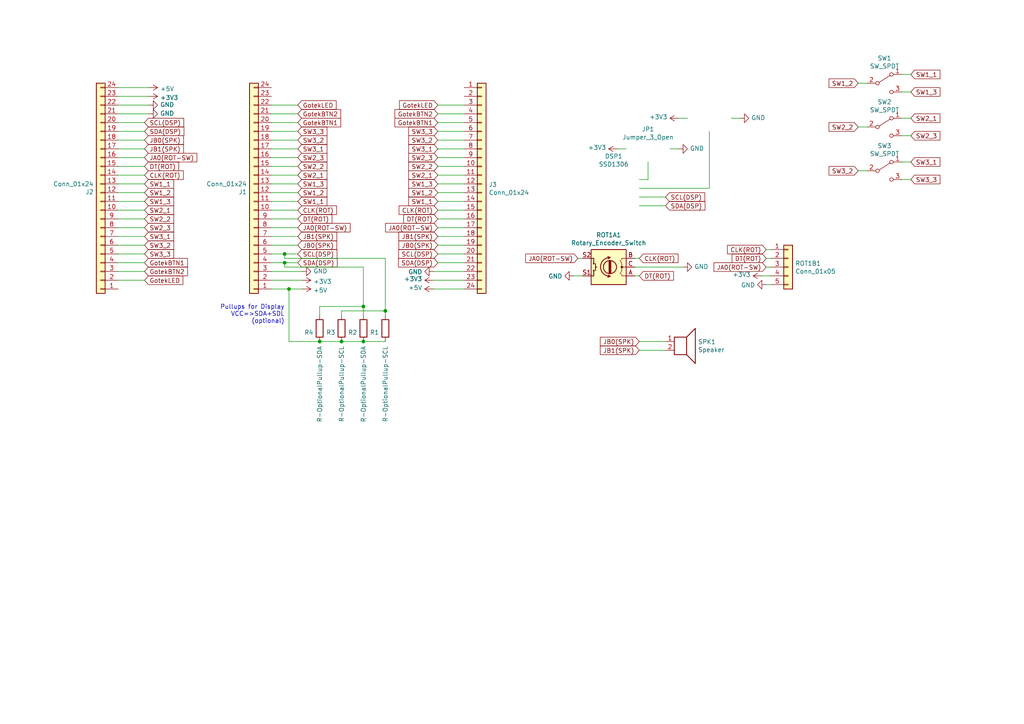
<source format=kicad_sch>
(kicad_sch (version 20211123) (generator eeschema)
  (paper "A4")
  (lib_symbols
    (symbol "AmigaExternalBoard-rescue:Rotary_Encoder_Switch-Device" (pin_names (offset 0.254) hide)
      (property "Reference" "SW" (at 0 6.604 0))
      (property "Value" "Rotary_Encoder_Switch-Device" (at 0 -6.604 0))
      (symbol "Rotary_Encoder_Switch-Device_0_1"
        (rectangle (start -5.08 5.08) (end 5.08 -5.08) (stroke (width 0.254)) (fill (type background)))
        (circle (center -3.81 0) (radius 0.254) (fill (type outline)))
        (arc (start -0.381 -2.794) (mid 2.3622 -0.0508) (end -0.381 2.667) (stroke (width 0.254)))
        (circle (center -0.381 0) (radius 1.905) (stroke (width 0.254)))
        (polyline (pts (xy -0.635 -1.778) (xy -0.635 1.778)) (stroke (width 0.254)))
        (polyline (pts (xy -0.381 -1.778) (xy -0.381 1.778)) (stroke (width 0.254)))
        (polyline (pts (xy -0.127 1.778) (xy -0.127 -1.778)) (stroke (width 0.254)))
        (polyline (pts (xy 3.81 0) (xy 3.429 0)) (stroke (width 0.254)))
        (polyline (pts (xy 3.81 1.016) (xy 3.81 -1.016)) (stroke (width 0.254)))
        (polyline (pts (xy -5.08 -2.54) (xy -3.81 -2.54) (xy -3.81 -2.032)))
        (polyline (pts (xy -5.08 2.54) (xy -3.81 2.54) (xy -3.81 2.032)))
        (polyline (pts (xy 0.254 -3.048) (xy -0.508 -2.794) (xy 0.127 -2.413)) (stroke (width 0.254)))
        (polyline (pts (xy 0.254 2.921) (xy -0.508 2.667) (xy 0.127 2.286)) (stroke (width 0.254)))
        (polyline (pts (xy 5.08 -2.54) (xy 4.318 -2.54) (xy 4.318 -1.016)) (stroke (width 0.254)))
        (polyline (pts (xy 5.08 2.54) (xy 4.318 2.54) (xy 4.318 1.016)) (stroke (width 0.254)))
        (polyline (pts (xy -5.08 0) (xy -3.81 0) (xy -3.81 -1.016) (xy -3.302 -2.032)))
        (polyline (pts (xy -4.318 0) (xy -3.81 0) (xy -3.81 1.016) (xy -3.302 2.032)))
        (circle (center 4.318 -1.016) (radius 0.127) (stroke (width 0.254)))
        (circle (center 4.318 1.016) (radius 0.127) (stroke (width 0.254)))
      )
      (symbol "Rotary_Encoder_Switch-Device_1_1"
        (pin passive line (at -7.62 2.54 0) (length 2.54) (name "A") (number "A"))
        (pin passive line (at -7.62 -2.54 0) (length 2.54) (name "B") (number "B"))
        (pin passive line (at -7.62 0 0) (length 2.54) (name "C") (number "C"))
        (pin passive line (at 7.62 2.54 180) (length 2.54) (name "S1") (number "S1"))
        (pin passive line (at 7.62 -2.54 180) (length 2.54) (name "S2") (number "S2"))
      )
    )
    (symbol "Connector_Generic:Conn_01x05" (pin_names (offset 1.016) hide)
      (property "Reference" "J" (at 0 7.62 0))
      (property "Value" "Conn_01x05" (at 0 -7.62 0))
      (symbol "Conn_01x05_1_1"
        (rectangle (start -1.27 -4.953) (end 0 -5.207) (stroke (width 0.1524)))
        (rectangle (start -1.27 -2.413) (end 0 -2.667) (stroke (width 0.1524)))
        (rectangle (start -1.27 0.127) (end 0 -0.127) (stroke (width 0.1524)))
        (rectangle (start -1.27 2.667) (end 0 2.413) (stroke (width 0.1524)))
        (rectangle (start -1.27 5.207) (end 0 4.953) (stroke (width 0.1524)))
        (rectangle (start -1.27 6.35) (end 1.27 -6.35) (stroke (width 0.254)) (fill (type background)))
        (pin passive line (at -5.08 5.08 0) (length 3.81) (name "Pin_1") (number "1"))
        (pin passive line (at -5.08 2.54 0) (length 3.81) (name "Pin_2") (number "2"))
        (pin passive line (at -5.08 0 0) (length 3.81) (name "Pin_3") (number "3"))
        (pin passive line (at -5.08 -2.54 0) (length 3.81) (name "Pin_4") (number "4"))
        (pin passive line (at -5.08 -5.08 0) (length 3.81) (name "Pin_5") (number "5"))
      )
    )
    (symbol "Connector_Generic:Conn_01x24" (pin_names (offset 1.016) hide)
      (property "Reference" "J" (at 0 30.48 0))
      (property "Value" "Conn_01x24" (at 0 -33.02 0))
      (symbol "Conn_01x24_1_1"
        (rectangle (start -1.27 -30.353) (end 0 -30.607) (stroke (width 0.1524)))
        (rectangle (start -1.27 -27.813) (end 0 -28.067) (stroke (width 0.1524)))
        (rectangle (start -1.27 -25.273) (end 0 -25.527) (stroke (width 0.1524)))
        (rectangle (start -1.27 -22.733) (end 0 -22.987) (stroke (width 0.1524)))
        (rectangle (start -1.27 -20.193) (end 0 -20.447) (stroke (width 0.1524)))
        (rectangle (start -1.27 -17.653) (end 0 -17.907) (stroke (width 0.1524)))
        (rectangle (start -1.27 -15.113) (end 0 -15.367) (stroke (width 0.1524)))
        (rectangle (start -1.27 -12.573) (end 0 -12.827) (stroke (width 0.1524)))
        (rectangle (start -1.27 -10.033) (end 0 -10.287) (stroke (width 0.1524)))
        (rectangle (start -1.27 -7.493) (end 0 -7.747) (stroke (width 0.1524)))
        (rectangle (start -1.27 -4.953) (end 0 -5.207) (stroke (width 0.1524)))
        (rectangle (start -1.27 -2.413) (end 0 -2.667) (stroke (width 0.1524)))
        (rectangle (start -1.27 0.127) (end 0 -0.127) (stroke (width 0.1524)))
        (rectangle (start -1.27 2.667) (end 0 2.413) (stroke (width 0.1524)))
        (rectangle (start -1.27 5.207) (end 0 4.953) (stroke (width 0.1524)))
        (rectangle (start -1.27 7.747) (end 0 7.493) (stroke (width 0.1524)))
        (rectangle (start -1.27 10.287) (end 0 10.033) (stroke (width 0.1524)))
        (rectangle (start -1.27 12.827) (end 0 12.573) (stroke (width 0.1524)))
        (rectangle (start -1.27 15.367) (end 0 15.113) (stroke (width 0.1524)))
        (rectangle (start -1.27 17.907) (end 0 17.653) (stroke (width 0.1524)))
        (rectangle (start -1.27 20.447) (end 0 20.193) (stroke (width 0.1524)))
        (rectangle (start -1.27 22.987) (end 0 22.733) (stroke (width 0.1524)))
        (rectangle (start -1.27 25.527) (end 0 25.273) (stroke (width 0.1524)))
        (rectangle (start -1.27 28.067) (end 0 27.813) (stroke (width 0.1524)))
        (rectangle (start -1.27 29.21) (end 1.27 -31.75) (stroke (width 0.254)) (fill (type background)))
        (pin passive line (at -5.08 27.94 0) (length 3.81) (name "Pin_1") (number "1"))
        (pin passive line (at -5.08 5.08 0) (length 3.81) (name "Pin_10") (number "10"))
        (pin passive line (at -5.08 2.54 0) (length 3.81) (name "Pin_11") (number "11"))
        (pin passive line (at -5.08 0 0) (length 3.81) (name "Pin_12") (number "12"))
        (pin passive line (at -5.08 -2.54 0) (length 3.81) (name "Pin_13") (number "13"))
        (pin passive line (at -5.08 -5.08 0) (length 3.81) (name "Pin_14") (number "14"))
        (pin passive line (at -5.08 -7.62 0) (length 3.81) (name "Pin_15") (number "15"))
        (pin passive line (at -5.08 -10.16 0) (length 3.81) (name "Pin_16") (number "16"))
        (pin passive line (at -5.08 -12.7 0) (length 3.81) (name "Pin_17") (number "17"))
        (pin passive line (at -5.08 -15.24 0) (length 3.81) (name "Pin_18") (number "18"))
        (pin passive line (at -5.08 -17.78 0) (length 3.81) (name "Pin_19") (number "19"))
        (pin passive line (at -5.08 25.4 0) (length 3.81) (name "Pin_2") (number "2"))
        (pin passive line (at -5.08 -20.32 0) (length 3.81) (name "Pin_20") (number "20"))
        (pin passive line (at -5.08 -22.86 0) (length 3.81) (name "Pin_21") (number "21"))
        (pin passive line (at -5.08 -25.4 0) (length 3.81) (name "Pin_22") (number "22"))
        (pin passive line (at -5.08 -27.94 0) (length 3.81) (name "Pin_23") (number "23"))
        (pin passive line (at -5.08 -30.48 0) (length 3.81) (name "Pin_24") (number "24"))
        (pin passive line (at -5.08 22.86 0) (length 3.81) (name "Pin_3") (number "3"))
        (pin passive line (at -5.08 20.32 0) (length 3.81) (name "Pin_4") (number "4"))
        (pin passive line (at -5.08 17.78 0) (length 3.81) (name "Pin_5") (number "5"))
        (pin passive line (at -5.08 15.24 0) (length 3.81) (name "Pin_6") (number "6"))
        (pin passive line (at -5.08 12.7 0) (length 3.81) (name "Pin_7") (number "7"))
        (pin passive line (at -5.08 10.16 0) (length 3.81) (name "Pin_8") (number "8"))
        (pin passive line (at -5.08 7.62 0) (length 3.81) (name "Pin_9") (number "9"))
      )
    )
    (symbol "Device:R" (pin_numbers hide) (pin_names (offset 0))
      (property "Reference" "R" (at 2.032 0 90))
      (property "Value" "R" (at 0 0 90))
      (symbol "R_0_1"
        (rectangle (start -1.016 -2.54) (end 1.016 2.54) (stroke (width 0.254)))
      )
      (symbol "R_1_1"
        (pin passive line (at 0 3.81 270) (length 1.27) (name "~") (number "1"))
        (pin passive line (at 0 -3.81 90) (length 1.27) (name "~") (number "2"))
      )
    )
    (symbol "Device:Speaker" (pin_names (offset 0) hide)
      (property "Reference" "LS" (at 1.27 5.715 0))
      (property "Value" "Speaker" (at 1.27 3.81 0))
      (symbol "Speaker_0_0"
        (rectangle (start -2.54 1.27) (end 1.016 -3.81) (stroke (width 0.254)))
        (polyline (pts (xy 1.016 1.27) (xy 3.556 3.81) (xy 3.556 -6.35) (xy 1.016 -3.81)) (stroke (width 0.254)))
      )
      (symbol "Speaker_1_1"
        (pin input line (at -5.08 0 0) (length 2.54) (name "1") (number "1"))
        (pin input line (at -5.08 -2.54 0) (length 2.54) (name "2") (number "2"))
      )
    )
    (symbol "Switch:SW_SPDT" (pin_names (offset 0) hide)
      (property "Reference" "SW" (at 0 4.318 0))
      (property "Value" "SW_SPDT" (at 0 -5.08 0))
      (symbol "SW_SPDT_0_0"
        (circle (center -2.032 0) (radius 0.508))
        (circle (center 2.032 -2.54) (radius 0.508))
      )
      (symbol "SW_SPDT_0_1"
        (polyline (pts (xy -1.524 0.254) (xy 1.651 2.286)))
        (circle (center 2.032 2.54) (radius 0.508))
      )
      (symbol "SW_SPDT_1_1"
        (pin passive line (at 5.08 2.54 180) (length 2.54) (name "A") (number "1"))
        (pin passive line (at -5.08 0 0) (length 2.54) (name "B") (number "2"))
        (pin passive line (at 5.08 -2.54 180) (length 2.54) (name "C") (number "3"))
      )
    )
    (symbol "power:+3V3" (power) (pin_names (offset 0))
      (property "Value" "+3V3" (at 0 3.556 0))
      (symbol "+3V3_0_1"
        (polyline (pts (xy -0.762 1.27) (xy 0 2.54)))
        (polyline (pts (xy 0 0) (xy 0 2.54)))
        (polyline (pts (xy 0 2.54) (xy 0.762 1.27)))
      )
      (symbol "+3V3_1_1"
        (pin power_in line (at 0 0 90) (length 0) hide (name "+3V3") (number "1"))
      )
    )
    (symbol "power:+5V" (power) (pin_names (offset 0))
      (property "Value" "+5V" (at 0 3.556 0))
      (symbol "+5V_0_1"
        (polyline (pts (xy -0.762 1.27) (xy 0 2.54)))
        (polyline (pts (xy 0 0) (xy 0 2.54)))
        (polyline (pts (xy 0 2.54) (xy 0.762 1.27)))
      )
      (symbol "+5V_1_1"
        (pin power_in line (at 0 0 90) (length 0) hide (name "+5V") (number "1"))
      )
    )
    (symbol "power:GND" (power) (pin_names (offset 0))
      (property "Value" "GND" (at 0 -3.81 0))
      (symbol "GND_0_1"
        (polyline (pts (xy 0 0) (xy 0 -1.27) (xy 1.27 -1.27) (xy 0 -2.54) (xy -1.27 -1.27) (xy 0 -1.27)))
      )
      (symbol "GND_1_1"
        (pin power_in line (at 0 0 270) (length 0) hide (name "GND") (number "1"))
      )
    )
  )
  (junction (at 82.55 73.66))
  (junction (at 83.82 83.82))
  (junction (at 105.41 88.9))
  (junction (at 105.41 99.06))
  (junction (at 92.71 99.06))
  (junction (at 99.06 99.06))
  (junction (at 82.55 76.2))
  (junction (at 111.76 90.17))
  (wire (pts (xy 87.63 78.74) (xy 78.74 78.74)))
  (wire (pts (xy 43.18 30.48) (xy 34.29 30.48)))
  (wire (pts (xy 127 30.48) (xy 134.62 30.48)))
  (wire (pts (xy 87.63 83.82) (xy 83.82 83.82)))
  (wire (pts (xy 185.42 80.01) (xy 184.15 80.01)))
  (wire (pts (xy 196.85 43.18) (xy 194.31 43.18)))
  (wire (pts (xy 205.74 54.61) (xy 205.74 38.1)))
  (wire (pts (xy 127 35.56) (xy 134.62 35.56)))
  (wire (pts (xy 86.36 76.2) (xy 82.55 76.2)))
  (wire (pts (xy 86.36 71.12) (xy 78.74 71.12)))
  (wire (pts (xy 125.73 78.74) (xy 134.62 78.74)))
  (wire (pts (xy 127 33.02) (xy 134.62 33.02)))
  (wire (pts (xy 134.62 45.72) (xy 127 45.72)))
  (wire (pts (xy 43.18 25.4) (xy 34.29 25.4)))
  (wire (pts (xy 187.96 52.07) (xy 187.96 46.99)))
  (wire (pts (xy 185.42 57.15) (xy 193.04 57.15)))
  (wire (pts (xy 34.29 53.34) (xy 41.91 53.34)))
  (wire (pts (xy 86.36 66.04) (xy 78.74 66.04)))
  (wire (pts (xy 261.62 34.29) (xy 264.16 34.29)))
  (wire (pts (xy 111.76 74.93) (xy 82.55 74.93)))
  (wire (pts (xy 34.29 58.42) (xy 41.91 58.42)))
  (wire (pts (xy 111.76 90.17) (xy 111.76 74.93)))
  (wire (pts (xy 78.74 55.88) (xy 86.36 55.88)))
  (wire (pts (xy 261.62 52.07) (xy 264.16 52.07)))
  (wire (pts (xy 86.36 73.66) (xy 82.55 73.66)))
  (wire (pts (xy 41.91 81.28) (xy 34.29 81.28)))
  (wire (pts (xy 105.41 99.06) (xy 99.06 99.06)))
  (wire (pts (xy 222.25 74.93) (xy 223.52 74.93)))
  (wire (pts (xy 167.64 74.93) (xy 168.91 74.93)))
  (wire (pts (xy 127 66.04) (xy 134.62 66.04)))
  (wire (pts (xy 111.76 99.06) (xy 105.41 99.06)))
  (wire (pts (xy 78.74 58.42) (xy 86.36 58.42)))
  (wire (pts (xy 179.07 43.18) (xy 181.61 43.18)))
  (wire (pts (xy 41.91 45.72) (xy 34.29 45.72)))
  (wire (pts (xy 87.63 81.28) (xy 78.74 81.28)))
  (wire (pts (xy 41.91 78.74) (xy 34.29 78.74)))
  (wire (pts (xy 41.91 50.8) (xy 34.29 50.8)))
  (wire (pts (xy 185.42 99.06) (xy 193.04 99.06)))
  (wire (pts (xy 99.06 99.06) (xy 92.71 99.06)))
  (wire (pts (xy 86.36 63.5) (xy 78.74 63.5)))
  (wire (pts (xy 220.98 80.01) (xy 223.52 80.01)))
  (wire (pts (xy 127 60.96) (xy 134.62 60.96)))
  (wire (pts (xy 127 63.5) (xy 134.62 63.5)))
  (wire (pts (xy 134.62 48.26) (xy 127 48.26)))
  (wire (pts (xy 43.18 33.02) (xy 34.29 33.02)))
  (wire (pts (xy 105.41 88.9) (xy 105.41 77.47)))
  (wire (pts (xy 134.62 53.34) (xy 127 53.34)))
  (wire (pts (xy 134.62 83.82) (xy 125.73 83.82)))
  (wire (pts (xy 134.62 58.42) (xy 127 58.42)))
  (wire (pts (xy 222.25 72.39) (xy 223.52 72.39)))
  (wire (pts (xy 86.36 60.96) (xy 78.74 60.96)))
  (wire (pts (xy 185.42 54.61) (xy 205.74 54.61)))
  (wire (pts (xy 78.74 38.1) (xy 86.36 38.1)))
  (wire (pts (xy 261.62 46.99) (xy 264.16 46.99)))
  (wire (pts (xy 185.42 59.69) (xy 193.04 59.69)))
  (wire (pts (xy 43.18 27.94) (xy 34.29 27.94)))
  (wire (pts (xy 196.85 34.29) (xy 199.39 34.29)))
  (wire (pts (xy 34.29 66.04) (xy 41.91 66.04)))
  (wire (pts (xy 82.55 76.2) (xy 78.74 76.2)))
  (wire (pts (xy 34.29 60.96) (xy 41.91 60.96)))
  (wire (pts (xy 78.74 48.26) (xy 86.36 48.26)))
  (wire (pts (xy 78.74 50.8) (xy 86.36 50.8)))
  (wire (pts (xy 41.91 76.2) (xy 34.29 76.2)))
  (wire (pts (xy 34.29 68.58) (xy 41.91 68.58)))
  (wire (pts (xy 261.62 21.59) (xy 264.16 21.59)))
  (wire (pts (xy 86.36 33.02) (xy 78.74 33.02)))
  (wire (pts (xy 78.74 45.72) (xy 86.36 45.72)))
  (wire (pts (xy 105.41 77.47) (xy 82.55 77.47)))
  (wire (pts (xy 127 71.12) (xy 134.62 71.12)))
  (wire (pts (xy 185.42 52.07) (xy 187.96 52.07)))
  (wire (pts (xy 198.12 77.47) (xy 184.15 77.47)))
  (wire (pts (xy 41.91 48.26) (xy 34.29 48.26)))
  (wire (pts (xy 34.29 71.12) (xy 41.91 71.12)))
  (wire (pts (xy 41.91 35.56) (xy 34.29 35.56)))
  (wire (pts (xy 134.62 38.1) (xy 127 38.1)))
  (wire (pts (xy 41.91 40.64) (xy 34.29 40.64)))
  (wire (pts (xy 82.55 73.66) (xy 78.74 73.66)))
  (wire (pts (xy 82.55 77.47) (xy 82.55 76.2)))
  (wire (pts (xy 185.42 74.93) (xy 184.15 74.93)))
  (wire (pts (xy 214.63 34.29) (xy 212.09 34.29)))
  (wire (pts (xy 34.29 63.5) (xy 41.91 63.5)))
  (wire (pts (xy 82.55 74.93) (xy 82.55 73.66)))
  (wire (pts (xy 99.06 90.17) (xy 111.76 90.17)))
  (wire (pts (xy 261.62 39.37) (xy 264.16 39.37)))
  (wire (pts (xy 86.36 30.48) (xy 78.74 30.48)))
  (wire (pts (xy 222.25 82.55) (xy 223.52 82.55)))
  (wire (pts (xy 134.62 76.2) (xy 127 76.2)))
  (wire (pts (xy 251.46 49.53) (xy 248.92 49.53)))
  (wire (pts (xy 222.25 77.47) (xy 223.52 77.47)))
  (wire (pts (xy 41.91 43.18) (xy 34.29 43.18)))
  (wire (pts (xy 34.29 55.88) (xy 41.91 55.88)))
  (wire (pts (xy 34.29 73.66) (xy 41.91 73.66)))
  (wire (pts (xy 134.62 55.88) (xy 127 55.88)))
  (wire (pts (xy 92.71 99.06) (xy 83.82 99.06)))
  (wire (pts (xy 78.74 43.18) (xy 86.36 43.18)))
  (wire (pts (xy 86.36 68.58) (xy 78.74 68.58)))
  (wire (pts (xy 86.36 35.56) (xy 78.74 35.56)))
  (wire (pts (xy 185.42 101.6) (xy 193.04 101.6)))
  (wire (pts (xy 105.41 91.44) (xy 105.41 88.9)))
  (wire (pts (xy 127 68.58) (xy 134.62 68.58)))
  (wire (pts (xy 166.37 80.01) (xy 168.91 80.01)))
  (wire (pts (xy 134.62 50.8) (xy 127 50.8)))
  (wire (pts (xy 134.62 43.18) (xy 127 43.18)))
  (wire (pts (xy 83.82 99.06) (xy 83.82 83.82)))
  (wire (pts (xy 99.06 91.44) (xy 99.06 90.17)))
  (wire (pts (xy 78.74 53.34) (xy 86.36 53.34)))
  (wire (pts (xy 111.76 91.44) (xy 111.76 90.17)))
  (wire (pts (xy 251.46 36.83) (xy 248.92 36.83)))
  (wire (pts (xy 83.82 83.82) (xy 78.74 83.82)))
  (wire (pts (xy 261.62 26.67) (xy 264.16 26.67)))
  (wire (pts (xy 92.71 91.44) (xy 92.71 88.9)))
  (wire (pts (xy 92.71 88.9) (xy 105.41 88.9)))
  (wire (pts (xy 134.62 40.64) (xy 127 40.64)))
  (wire (pts (xy 125.73 81.28) (xy 134.62 81.28)))
  (wire (pts (xy 134.62 73.66) (xy 127 73.66)))
  (wire (pts (xy 251.46 24.13) (xy 248.92 24.13)))
  (wire (pts (xy 41.91 38.1) (xy 34.29 38.1)))
  (wire (pts (xy 78.74 40.64) (xy 86.36 40.64)))
  (text "Pullups for Display\nVCC=>SDA+SDL\n(optional)" (at 82.55 93.98 180) (effects (font (size 1.27 1.27)) (justify right bottom)))
  (global_label "SW3_1" (shape input) (at 86.36 43.18 0) (property "Referenzen zwischen Schaltplänen" "${INTERSHEET_REFS}" (effects hide)))
  (global_label "SDA(DSP)" (shape input) (at 41.91 38.1 0) (property "Referenzen zwischen Schaltplänen" "${INTERSHEET_REFS}" (effects hide)))
  (global_label "JB0(SPK)" (shape input) (at 86.36 71.12 0) (property "Referenzen zwischen Schaltplänen" "${INTERSHEET_REFS}" (effects hide)))
  (global_label "DT(ROT)" (shape input) (at 41.91 48.26 0) (property "Referenzen zwischen Schaltplänen" "${INTERSHEET_REFS}" (effects hide)))
  (global_label "SDA(DSP)" (shape input) (at 193.04 59.69 0) (property "Referenzen zwischen Schaltplänen" "${INTERSHEET_REFS}" (effects hide)))
  (global_label "SW1_1" (shape input) (at 86.36 58.42 0) (property "Referenzen zwischen Schaltplänen" "${INTERSHEET_REFS}" (effects hide)))
  (global_label "GotekBTN1" (shape input) (at 127 35.56 180) (property "Referenzen zwischen Schaltplänen" "${INTERSHEET_REFS}" (effects hide)))
  (global_label "CLK(ROT)" (shape input) (at 222.25 72.39 180) (property "Referenzen zwischen Schaltplänen" "${INTERSHEET_REFS}" (effects hide)))
  (global_label "GotekBTN2" (shape input) (at 41.91 78.74 0) (property "Referenzen zwischen Schaltplänen" "${INTERSHEET_REFS}" (effects hide)))
  (global_label "SW2_3" (shape input) (at 86.36 45.72 0) (property "Referenzen zwischen Schaltplänen" "${INTERSHEET_REFS}" (effects hide)))
  (global_label "JA0(ROT-SW)" (shape input) (at 222.25 77.47 180) (property "Referenzen zwischen Schaltplänen" "${INTERSHEET_REFS}" (effects hide)))
  (global_label "SDA(DSP)" (shape input) (at 127 76.2 180) (property "Referenzen zwischen Schaltplänen" "${INTERSHEET_REFS}" (effects hide)))
  (global_label "JB0(SPK)" (shape input) (at 41.91 40.64 0) (property "Referenzen zwischen Schaltplänen" "${INTERSHEET_REFS}" (effects hide)))
  (global_label "SW2_3" (shape input) (at 41.91 66.04 0) (property "Referenzen zwischen Schaltplänen" "${INTERSHEET_REFS}" (effects hide)))
  (global_label "DT(ROT)" (shape input) (at 127 63.5 180) (property "Referenzen zwischen Schaltplänen" "${INTERSHEET_REFS}" (effects hide)))
  (global_label "SW1_1" (shape input) (at 127 58.42 180) (property "Referenzen zwischen Schaltplänen" "${INTERSHEET_REFS}" (effects hide)))
  (global_label "DT(ROT)" (shape input) (at 185.42 80.01 0) (property "Referenzen zwischen Schaltplänen" "${INTERSHEET_REFS}" (effects hide)))
  (global_label "CLK(ROT)" (shape input) (at 86.36 60.96 0) (property "Referenzen zwischen Schaltplänen" "${INTERSHEET_REFS}" (effects hide)))
  (global_label "SW3_3" (shape input) (at 86.36 38.1 0) (property "Referenzen zwischen Schaltplänen" "${INTERSHEET_REFS}" (effects hide)))
  (global_label "SW3_2" (shape input) (at 41.91 71.12 0) (property "Referenzen zwischen Schaltplänen" "${INTERSHEET_REFS}" (effects hide)))
  (global_label "SW3_1" (shape input) (at 264.16 46.99 0) (property "Referenzen zwischen Schaltplänen" "${INTERSHEET_REFS}" (effects hide)))
  (global_label "SW2_1" (shape input) (at 86.36 50.8 0) (property "Referenzen zwischen Schaltplänen" "${INTERSHEET_REFS}" (effects hide)))
  (global_label "DT(ROT)" (shape input) (at 222.25 74.93 180) (property "Referenzen zwischen Schaltplänen" "${INTERSHEET_REFS}" (effects hide)))
  (global_label "GotekBTN2" (shape input) (at 86.36 33.02 0) (property "Referenzen zwischen Schaltplänen" "${INTERSHEET_REFS}" (effects hide)))
  (global_label "SW2_1" (shape input) (at 264.16 34.29 0) (property "Referenzen zwischen Schaltplänen" "${INTERSHEET_REFS}" (effects hide)))
  (global_label "SW1_2" (shape input) (at 248.92 24.13 180) (property "Referenzen zwischen Schaltplänen" "${INTERSHEET_REFS}" (effects hide)))
  (global_label "SDA(DSP)" (shape input) (at 86.36 76.2 0) (property "Referenzen zwischen Schaltplänen" "${INTERSHEET_REFS}" (effects hide)))
  (global_label "JA0(ROT-SW)" (shape input) (at 167.64 74.93 180) (property "Referenzen zwischen Schaltplänen" "${INTERSHEET_REFS}" (effects hide)))
  (global_label "SW2_2" (shape input) (at 86.36 48.26 0) (property "Referenzen zwischen Schaltplänen" "${INTERSHEET_REFS}" (effects hide)))
  (global_label "SCL(DSP)" (shape input) (at 193.04 57.15 0) (property "Referenzen zwischen Schaltplänen" "${INTERSHEET_REFS}" (effects hide)))
  (global_label "GotekLED" (shape input) (at 86.36 30.48 0) (property "Referenzen zwischen Schaltplänen" "${INTERSHEET_REFS}" (effects hide)))
  (global_label "JB1(SPK)" (shape input) (at 41.91 43.18 0) (property "Referenzen zwischen Schaltplänen" "${INTERSHEET_REFS}" (effects hide)))
  (global_label "JB1(SPK)" (shape input) (at 127 68.58 180) (property "Referenzen zwischen Schaltplänen" "${INTERSHEET_REFS}" (effects hide)))
  (global_label "JA0(ROT-SW)" (shape input) (at 127 66.04 180) (property "Referenzen zwischen Schaltplänen" "${INTERSHEET_REFS}" (effects hide)))
  (global_label "SW2_1" (shape input) (at 127 50.8 180) (property "Referenzen zwischen Schaltplänen" "${INTERSHEET_REFS}" (effects hide)))
  (global_label "SW1_2" (shape input) (at 86.36 55.88 0) (property "Referenzen zwischen Schaltplänen" "${INTERSHEET_REFS}" (effects hide)))
  (global_label "SW2_1" (shape input) (at 41.91 60.96 0) (property "Referenzen zwischen Schaltplänen" "${INTERSHEET_REFS}" (effects hide)))
  (global_label "JB1(SPK)" (shape input) (at 86.36 68.58 0) (property "Referenzen zwischen Schaltplänen" "${INTERSHEET_REFS}" (effects hide)))
  (global_label "SW1_3" (shape input) (at 264.16 26.67 0) (property "Referenzen zwischen Schaltplänen" "${INTERSHEET_REFS}" (effects hide)))
  (global_label "SW2_2" (shape input) (at 41.91 63.5 0) (property "Referenzen zwischen Schaltplänen" "${INTERSHEET_REFS}" (effects hide)))
  (global_label "GotekLED" (shape input) (at 127 30.48 180) (property "Referenzen zwischen Schaltplänen" "${INTERSHEET_REFS}" (effects hide)))
  (global_label "SCL(DSP)" (shape input) (at 86.36 73.66 0) (property "Referenzen zwischen Schaltplänen" "${INTERSHEET_REFS}" (effects hide)))
  (global_label "SW1_2" (shape input) (at 41.91 55.88 0) (property "Referenzen zwischen Schaltplänen" "${INTERSHEET_REFS}" (effects hide)))
  (global_label "SW3_2" (shape input) (at 127 40.64 180) (property "Referenzen zwischen Schaltplänen" "${INTERSHEET_REFS}" (effects hide)))
  (global_label "SW3_1" (shape input) (at 127 43.18 180) (property "Referenzen zwischen Schaltplänen" "${INTERSHEET_REFS}" (effects hide)))
  (global_label "DT(ROT)" (shape input) (at 86.36 63.5 0) (property "Referenzen zwischen Schaltplänen" "${INTERSHEET_REFS}" (effects hide)))
  (global_label "SW3_2" (shape input) (at 248.92 49.53 180) (property "Referenzen zwischen Schaltplänen" "${INTERSHEET_REFS}" (effects hide)))
  (global_label "SW2_2" (shape input) (at 248.92 36.83 180) (property "Referenzen zwischen Schaltplänen" "${INTERSHEET_REFS}" (effects hide)))
  (global_label "SW2_2" (shape input) (at 127 48.26 180) (property "Referenzen zwischen Schaltplänen" "${INTERSHEET_REFS}" (effects hide)))
  (global_label "SW3_1" (shape input) (at 41.91 68.58 0) (property "Referenzen zwischen Schaltplänen" "${INTERSHEET_REFS}" (effects hide)))
  (global_label "SCL(DSP)" (shape input) (at 127 73.66 180) (property "Referenzen zwischen Schaltplänen" "${INTERSHEET_REFS}" (effects hide)))
  (global_label "SW1_3" (shape input) (at 41.91 58.42 0) (property "Referenzen zwischen Schaltplänen" "${INTERSHEET_REFS}" (effects hide)))
  (global_label "CLK(ROT)" (shape input) (at 185.42 74.93 0) (property "Referenzen zwischen Schaltplänen" "${INTERSHEET_REFS}" (effects hide)))
  (global_label "JB0(SPK)" (shape input) (at 185.42 99.06 180) (property "Referenzen zwischen Schaltplänen" "${INTERSHEET_REFS}" (effects hide)))
  (global_label "GotekBTN2" (shape input) (at 127 33.02 180) (property "Referenzen zwischen Schaltplänen" "${INTERSHEET_REFS}" (effects hide)))
  (global_label "SCL(DSP)" (shape input) (at 41.91 35.56 0) (property "Referenzen zwischen Schaltplänen" "${INTERSHEET_REFS}" (effects hide)))
  (global_label "SW1_3" (shape input) (at 127 53.34 180) (property "Referenzen zwischen Schaltplänen" "${INTERSHEET_REFS}" (effects hide)))
  (global_label "SW2_3" (shape input) (at 264.16 39.37 0) (property "Referenzen zwischen Schaltplänen" "${INTERSHEET_REFS}" (effects hide)))
  (global_label "SW3_3" (shape input) (at 264.16 52.07 0) (property "Referenzen zwischen Schaltplänen" "${INTERSHEET_REFS}" (effects hide)))
  (global_label "JB0(SPK)" (shape input) (at 127 71.12 180) (property "Referenzen zwischen Schaltplänen" "${INTERSHEET_REFS}" (effects hide)))
  (global_label "JB1(SPK)" (shape input) (at 185.42 101.6 180) (property "Referenzen zwischen Schaltplänen" "${INTERSHEET_REFS}" (effects hide)))
  (global_label "SW1_1" (shape input) (at 41.91 53.34 0) (property "Referenzen zwischen Schaltplänen" "${INTERSHEET_REFS}" (effects hide)))
  (global_label "SW1_1" (shape input) (at 264.16 21.59 0) (property "Referenzen zwischen Schaltplänen" "${INTERSHEET_REFS}" (effects hide)))
  (global_label "SW3_2" (shape input) (at 86.36 40.64 0) (property "Referenzen zwischen Schaltplänen" "${INTERSHEET_REFS}" (effects hide)))
  (global_label "GotekBTN1" (shape input) (at 86.36 35.56 0) (property "Referenzen zwischen Schaltplänen" "${INTERSHEET_REFS}" (effects hide)))
  (global_label "GotekBTN1" (shape input) (at 41.91 76.2 0) (property "Referenzen zwischen Schaltplänen" "${INTERSHEET_REFS}" (effects hide)))
  (global_label "SW1_2" (shape input) (at 127 55.88 180) (property "Referenzen zwischen Schaltplänen" "${INTERSHEET_REFS}" (effects hide)))
  (global_label "SW2_3" (shape input) (at 127 45.72 180) (property "Referenzen zwischen Schaltplänen" "${INTERSHEET_REFS}" (effects hide)))
  (global_label "GotekLED" (shape input) (at 41.91 81.28 0) (property "Referenzen zwischen Schaltplänen" "${INTERSHEET_REFS}" (effects hide)))
  (global_label "JA0(ROT-SW)" (shape input) (at 41.91 45.72 0) (property "Referenzen zwischen Schaltplänen" "${INTERSHEET_REFS}" (effects hide)))
  (global_label "SW3_3" (shape input) (at 41.91 73.66 0) (property "Referenzen zwischen Schaltplänen" "${INTERSHEET_REFS}" (effects hide)))
  (global_label "SW3_3" (shape input) (at 127 38.1 180) (property "Referenzen zwischen Schaltplänen" "${INTERSHEET_REFS}" (effects hide)))
  (global_label "CLK(ROT)" (shape input) (at 127 60.96 180) (property "Referenzen zwischen Schaltplänen" "${INTERSHEET_REFS}" (effects hide)))
  (global_label "CLK(ROT)" (shape input) (at 41.91 50.8 0) (property "Referenzen zwischen Schaltplänen" "${INTERSHEET_REFS}" (effects hide)))
  (global_label "SW1_3" (shape input) (at 86.36 53.34 0) (property "Referenzen zwischen Schaltplänen" "${INTERSHEET_REFS}" (effects hide)))
  (global_label "JA0(ROT-SW)" (shape input) (at 86.36 66.04 0) (property "Referenzen zwischen Schaltplänen" "${INTERSHEET_REFS}" (effects hide)))
  (symbol (lib_id "Connector_Generic:Conn_01x24") (at 73.66 55.88 180) (unit 1)
    (property "Reference" "J1" (at 71.628 55.6768 0) (effects (justify left)))
    (property "Value" "Conn_01x24" (at 71.628 53.3654 0) (effects (justify left)))
    (property "Footprint" "Connector_FFC-FPC:Hirose_FH12-24S-0.5SH_1x24-1MP_P0.50mm_Horizontal" (effects hide))
  )
  (symbol (lib_id "Connector_Generic:Conn_01x24") (at 29.21 55.88 180) (unit 1)
    (property "Reference" "J2" (at 27.178 55.6768 0) (effects (justify left)))
    (property "Value" "Conn_01x24" (at 27.178 53.3654 0) (effects (justify left)))
    (property "Footprint" "Connector_PinHeader_2.54mm:PinHeader_2x12_P2.54mm_Vertical" (effects hide))
  )
  (symbol (lib_id "power:+5V") (at 87.63 83.82 270) (unit 1)
    (property "Reference" "#PWR0101" (effects hide))
    (property "Value" "+5V" (at 90.8812 84.201 90) (effects (justify left)))
  )
  (symbol (lib_id "power:+3V3") (at 87.63 81.28 270) (unit 1)
    (property "Reference" "#PWR0102" (effects hide))
    (property "Value" "+3V3" (at 90.8812 81.661 90) (effects (justify left)))
  )
  (symbol (lib_id "power:GND") (at 87.63 78.74 90) (unit 1)
    (property "Reference" "#PWR0103" (effects hide))
    (property "Value" "GND" (at 90.8812 78.613 90) (effects (justify right)))
  )
  (symbol (lib_id "power:+5V") (at 43.18 25.4 270) (unit 1)
    (property "Reference" "#PWR0104" (effects hide))
    (property "Value" "+5V" (at 46.4312 25.781 90) (effects (justify left)))
  )
  (symbol (lib_id "power:+3V3") (at 43.18 27.94 270) (unit 1)
    (property "Reference" "#PWR0105" (effects hide))
    (property "Value" "+3V3" (at 46.4312 28.321 90) (effects (justify left)))
  )
  (symbol (lib_id "power:GND") (at 43.18 30.48 90) (unit 1)
    (property "Reference" "#PWR0106" (effects hide))
    (property "Value" "GND" (at 46.4312 30.353 90) (effects (justify right)))
  )
  (symbol (lib_id "Device:R") (at 111.76 95.25 180) (unit 1)
    (property "Reference" "R1" (at 109.982 96.4184 0) (effects (justify left)))
    (property "Value" "R-OptionalPullup-SCL" (at 111.76 100.33 90) (effects (justify left)))
    (property "Footprint" "Resistor_THT:R_Axial_DIN0207_L6.3mm_D2.5mm_P10.16mm_Horizontal" (effects hide))
  )
  (symbol (lib_id "Device:R") (at 105.41 95.25 180) (unit 1)
    (property "Reference" "R2" (at 103.632 96.4184 0) (effects (justify left)))
    (property "Value" "R-OptionalPullup-SDA" (at 105.41 100.33 90) (effects (justify left)))
    (property "Footprint" "Resistor_THT:R_Axial_DIN0207_L6.3mm_D2.5mm_P10.16mm_Horizontal" (effects hide))
  )
  (symbol (lib_id "Device:R") (at 99.06 95.25 180) (unit 1)
    (property "Reference" "R3" (at 97.282 96.4184 0) (effects (justify left)))
    (property "Value" "R-OptionalPullup-SCL" (at 99.06 100.33 90) (effects (justify left)))
    (property "Footprint" "Resistor_SMD:R_0805_2012Metric_Pad1.15x1.40mm_HandSolder" (effects hide))
  )
  (symbol (lib_id "Device:R") (at 92.71 95.25 180) (unit 1)
    (property "Reference" "R4" (at 90.932 96.4184 0) (effects (justify left)))
    (property "Value" "R-OptionalPullup-SDA" (at 92.71 100.33 90) (effects (justify left)))
    (property "Footprint" "Resistor_SMD:R_0805_2012Metric_Pad1.15x1.40mm_HandSolder" (effects hide))
  )
  (symbol (lib_id "power:GND") (at 43.18 33.02 90) (unit 1)
    (property "Reference" "#PWR0107" (effects hide))
    (property "Value" "GND" (at 46.4312 32.893 90) (effects (justify right)))
  )
  (symbol (lib_id "Switch:SW_SPDT") (at 256.54 24.13 0) (unit 1)
    (property "Reference" "SW1" (at 256.54 16.891 0))
    (property "Value" "SW_SPDT" (at 256.54 19.2024 0))
    (property "Footprint" "Button_Switch_THT:SW_CuK_OS102011MA1QN1_SPDT_Angled" (effects hide))
  )
  (symbol (lib_id "Switch:SW_SPDT") (at 256.54 36.83 0) (unit 1)
    (property "Reference" "SW2" (at 256.54 29.591 0))
    (property "Value" "SW_SPDT" (at 256.54 31.9024 0))
    (property "Footprint" "Button_Switch_THT:SW_CuK_OS102011MA1QN1_SPDT_Angled" (effects hide))
  )
  (symbol (lib_id "Switch:SW_SPDT") (at 256.54 49.53 0) (unit 1)
    (property "Reference" "SW3" (at 256.54 42.291 0))
    (property "Value" "SW_SPDT" (at 256.54 44.6024 0))
    (property "Footprint" "Button_Switch_THT:SW_CuK_OS102011MA1QN1_SPDT_Angled" (effects hide))
  )
  (symbol (lib_id "Connector_Generic:Conn_01x24") (at 139.7 53.34 0) (unit 1)
    (property "Reference" "J3" (at 141.732 53.5432 0) (effects (justify left)))
    (property "Value" "Conn_01x24" (at 141.732 55.8546 0) (effects (justify left)))
    (property "Footprint" "Connector_FFC-FPC:Hirose_FH12-24S-0.5SH_1x24-1MP_P0.50mm_Horizontal" (effects hide))
  )
  (symbol (lib_id "power:+5V") (at 125.73 83.82 90) (unit 1)
    (property "Reference" "#PWR0112" (effects hide))
    (property "Value" "+5V" (at 122.4788 83.439 90) (effects (justify left)))
  )
  (symbol (lib_id "power:+3V3") (at 125.73 81.28 90) (unit 1)
    (property "Reference" "#PWR0113" (effects hide))
    (property "Value" "+3V3" (at 122.4788 80.899 90) (effects (justify left)))
  )
  (symbol (lib_id "power:GND") (at 125.73 78.74 270) (unit 1)
    (property "Reference" "#PWR0114" (effects hide))
    (property "Value" "GND" (at 122.4788 78.867 90) (effects (justify right)))
  )
  (symbol (lib_id "AmigaExternalBoard-rescue:Rotary_Encoder_Switch-Device") (at 176.53 77.47 180) (unit 1)
    (property "Reference" "ROT1A1" (at 176.53 68.1482 0))
    (property "Value" "Rotary_Encoder_Switch" (at 176.53 70.4596 0))
    (property "Footprint" "Rotary_Encoder:RotaryEncoder_Alps_EC12E-Switch_Vertical_H20mm_CircularMountingHoles" (effects hide))
  )
  (symbol (lib_id "power:GND") (at 198.12 77.47 90) (unit 1)
    (property "Reference" "#PWR0108" (effects hide))
    (property "Value" "GND" (at 201.3712 77.343 90) (effects (justify right)))
  )
  (symbol (lib_id "power:GND") (at 166.37 80.01 270) (unit 1)
    (property "Reference" "#PWR0109" (effects hide))
    (property "Value" "GND" (at 163.1188 80.137 90) (effects (justify right)))
  )
  (symbol (lib_id "AmigaExternalBoard-rescue:SSD1306-OLED") (at 176.53 55.88 270) (unit 1)
    (property "Reference" "DSP1" (at 178.0032 45.339 90))
    (property "Value" "SSD1306" (at 178.0032 47.6504 90))
    (property "Footprint" "OLED:128x64OLED" (effects hide))
  )
  (symbol (lib_id "power:+3V3") (at 179.07 43.18 90) (unit 1)
    (property "Reference" "#PWR0110" (effects hide))
    (property "Value" "+3V3" (at 175.8188 42.799 90) (effects (justify left)))
  )
  (symbol (lib_id "power:GND") (at 196.85 43.18 90) (unit 1)
    (property "Reference" "#PWR0111" (effects hide))
    (property "Value" "GND" (at 200.1012 43.053 90) (effects (justify right)))
  )
  (symbol (lib_id "Connector_Generic:Conn_01x05") (at 228.6 77.47 0) (unit 1)
    (property "Reference" "ROT1B1" (at 230.632 76.4032 0) (effects (justify left)))
    (property "Value" "Conn_01x05" (at 230.632 78.7146 0) (effects (justify left)))
    (property "Footprint" "Connector_PinHeader_2.54mm:PinHeader_1x05_P2.54mm_Vertical" (effects hide))
  )
  (symbol (lib_id "power:GND") (at 222.25 82.55 270) (unit 1)
    (property "Reference" "#PWR0115" (effects hide))
    (property "Value" "GND" (at 218.9988 82.677 90) (effects (justify right)))
  )
  (symbol (lib_id "power:+3V3") (at 220.98 80.01 90) (unit 1)
    (property "Reference" "#PWR0116" (effects hide))
    (property "Value" "+3V3" (at 217.7288 79.629 90) (effects (justify left)))
  )
  (symbol (lib_id "Device:Speaker") (at 198.12 99.06 0) (unit 1)
    (property "Reference" "SPK1" (at 202.438 99.1616 0) (effects (justify left)))
    (property "Value" "Speaker" (at 202.438 101.473 0) (effects (justify left)))
    (property "Footprint" "Buzzer_Beeper:Buzzer_12x9.5RM7.6" (effects hide))
  )
  (symbol (lib_id "AmigaExternalBoard-rescue:Jumper_3_Open-Jumper") (at 187.96 43.18 0) (unit 1)
    (property "Reference" "JP1" (at 187.96 37.4904 0))
    (property "Value" "Jumper_3_Open" (at 187.96 39.8018 0))
    (property "Footprint" "DCDModules:SolderJumper-3_P0.5mm_Open_Pad0.5x0.5mm" (effects hide))
  )
  (symbol (lib_id "power:+3V3") (at 196.85 34.29 90) (unit 1)
    (property "Reference" "#PWR01" (effects hide))
    (property "Value" "+3V3" (at 193.5988 33.909 90) (effects (justify left)))
  )
  (symbol (lib_id "power:GND") (at 214.63 34.29 90) (unit 1)
    (property "Reference" "#PWR02" (effects hide))
    (property "Value" "GND" (at 217.8812 34.163 90) (effects (justify right)))
  )
  (symbol (lib_id "AmigaExternalBoard-rescue:Jumper_3_Open-Jumper") (at 205.74 34.29 0) (unit 1)
    (property "Reference" "JP2" (at 205.74 28.6004 0))
    (property "Value" "Jumper_3_Open" (at 205.74 30.9118 0))
    (property "Footprint" "DCDModules:SolderJumper-3_P0.5mm_Open_Pad0.5x0.5mm" (effects hide))
  )
)
</source>
